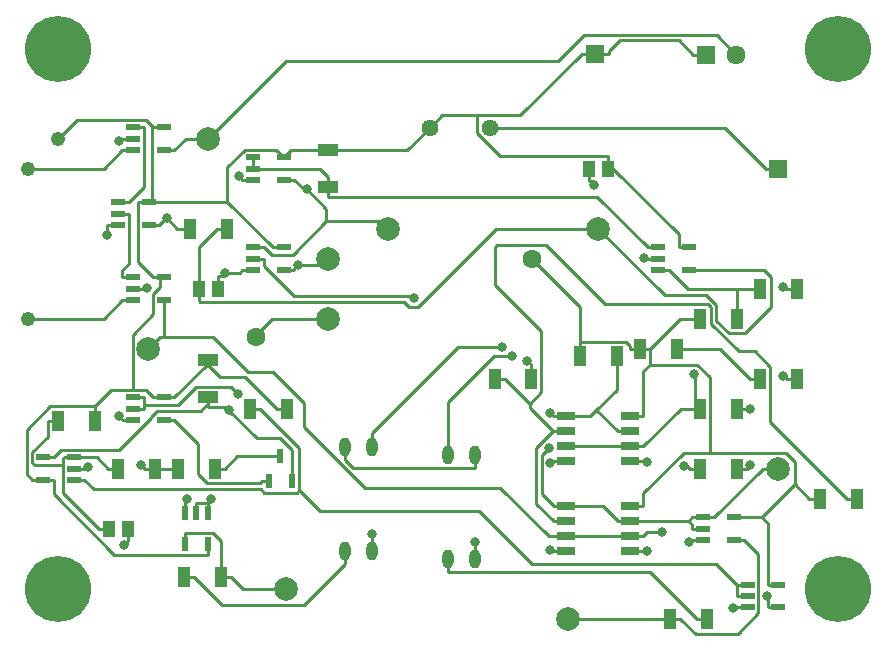
<source format=gbr>
%TF.GenerationSoftware,KiCad,Pcbnew,8.0.0*%
%TF.CreationDate,2024-04-17T16:33:46+02:00*%
%TF.ProjectId,bspdv3,62737064-7633-42e6-9b69-6361645f7063,rev?*%
%TF.SameCoordinates,Original*%
%TF.FileFunction,Copper,L1,Top*%
%TF.FilePolarity,Positive*%
%FSLAX46Y46*%
G04 Gerber Fmt 4.6, Leading zero omitted, Abs format (unit mm)*
G04 Created by KiCad (PCBNEW 8.0.0) date 2024-04-17 16:33:46*
%MOMM*%
%LPD*%
G01*
G04 APERTURE LIST*
%TA.AperFunction,ComponentPad*%
%ADD10C,5.600000*%
%TD*%
%TA.AperFunction,SMDPad,CuDef*%
%ADD11R,1.050000X1.800000*%
%TD*%
%TA.AperFunction,SMDPad,CuDef*%
%ADD12R,1.150000X0.600000*%
%TD*%
%TA.AperFunction,SMDPad,CuDef*%
%ADD13C,2.000000*%
%TD*%
%TA.AperFunction,SMDPad,CuDef*%
%ADD14R,0.600000X1.150000*%
%TD*%
%TA.AperFunction,ComponentPad*%
%ADD15C,1.600000*%
%TD*%
%TA.AperFunction,SMDPad,CuDef*%
%ADD16R,1.800000X1.050000*%
%TD*%
%TA.AperFunction,ComponentPad*%
%ADD17C,1.440000*%
%TD*%
%TA.AperFunction,ComponentPad*%
%ADD18C,1.217000*%
%TD*%
%TA.AperFunction,ComponentPad*%
%ADD19R,1.530000X1.530000*%
%TD*%
%TA.AperFunction,ComponentPad*%
%ADD20R,1.610000X1.610000*%
%TD*%
%TA.AperFunction,ComponentPad*%
%ADD21C,1.610000*%
%TD*%
%TA.AperFunction,SMDPad,CuDef*%
%ADD22R,1.070000X1.470000*%
%TD*%
%TA.AperFunction,SMDPad,CuDef*%
%ADD23R,0.600000X1.300000*%
%TD*%
%TA.AperFunction,SMDPad,CuDef*%
%ADD24O,0.950000X1.600000*%
%TD*%
%TA.AperFunction,SMDPad,CuDef*%
%ADD25R,1.528000X0.650000*%
%TD*%
%TA.AperFunction,ViaPad*%
%ADD26C,0.800000*%
%TD*%
%TA.AperFunction,Conductor*%
%ADD27C,0.250000*%
%TD*%
G04 APERTURE END LIST*
D10*
%TO.P,M4,1*%
%TO.N,N/C*%
X88900000Y-66040000D03*
%TD*%
D11*
%TO.P,R5,1*%
%TO.N,Net-(G2-Pad4)*%
X36602000Y-65024000D03*
%TO.P,R5,2*%
%TO.N,Net-(K1-+_CONTROL)*%
X33502000Y-65024000D03*
%TD*%
D10*
%TO.P,M3,1*%
%TO.N,N/C*%
X22860000Y-66040000D03*
%TD*%
D12*
%TO.P,G6,1*%
%TO.N,Net-(CP4-OUT)*%
X39340000Y-29530000D03*
%TO.P,G6,2*%
X39340000Y-30480000D03*
%TO.P,G6,3,GND*%
%TO.N,GND*%
X39340000Y-31430000D03*
%TO.P,G6,4*%
%TO.N,Intput w{slash} 50msdelay*%
X41940000Y-31430000D03*
%TO.P,G6,5,VCC*%
%TO.N,+5V*%
X41940000Y-29530000D03*
%TD*%
D11*
%TO.P,R14,1*%
%TO.N,/4.25V*%
X82270000Y-48260000D03*
%TO.P,R14,2*%
%TO.N,GND*%
X85370000Y-48260000D03*
%TD*%
D13*
%TO.P,TP1,1,1*%
%TO.N,Current Sensor*%
X35560000Y-27940000D03*
%TD*%
D12*
%TO.P,CP3,1,OUT*%
%TO.N,Net-(CP3-OUT)*%
X24160000Y-56830000D03*
%TO.P,CP3,2,VCC-*%
%TO.N,GND*%
X24160000Y-55880000D03*
%TO.P,CP3,3,IN-*%
%TO.N,Net-(CP3-IN-)*%
X24160000Y-54930000D03*
%TO.P,CP3,4,IN+*%
%TO.N,Net-(CP3-IN+)*%
X21560000Y-54930000D03*
%TO.P,CP3,5,VCC+*%
%TO.N,+5V*%
X21560000Y-56830000D03*
%TD*%
%TO.P,CP4,1,OUT*%
%TO.N,Net-(CP4-OUT)*%
X73660000Y-37150000D03*
%TO.P,CP4,2,VCC-*%
%TO.N,GND*%
X73660000Y-38100000D03*
%TO.P,CP4,3,IN-*%
%TO.N,Net-(CP4-IN-)*%
X73660000Y-39050000D03*
%TO.P,CP4,4,IN+*%
%TO.N,Net-(CP4-IN+)*%
X76260000Y-39050000D03*
%TO.P,CP4,5,VCC+*%
%TO.N,+5V*%
X76260000Y-37150000D03*
%TD*%
D11*
%TO.P,R3,1*%
%TO.N,Net-(CP3-IN-)*%
X22834000Y-51816000D03*
%TO.P,R3,2*%
%TO.N,+5V*%
X25934000Y-51816000D03*
%TD*%
D12*
%TO.P,CP2,1,OUT*%
%TO.N,Net-(CP2-OUT)*%
X29180000Y-39690000D03*
%TO.P,CP2,2,VCC-*%
%TO.N,GND*%
X29180000Y-40640000D03*
%TO.P,CP2,3,IN-*%
%TO.N,Net-(CP2-IN-)*%
X29180000Y-41590000D03*
%TO.P,CP2,4,IN+*%
%TO.N,BPS signal*%
X31780000Y-41590000D03*
%TO.P,CP2,5,VCC+*%
%TO.N,+5V*%
X31780000Y-39690000D03*
%TD*%
D14*
%TO.P,G2,1*%
%TO.N,BSPD out*%
X35494000Y-59660000D03*
%TO.P,G2,2*%
X34544000Y-59660000D03*
%TO.P,G2,3,GND*%
%TO.N,GND*%
X33594000Y-59660000D03*
%TO.P,G2,4*%
%TO.N,Net-(G2-Pad4)*%
X33594000Y-62260000D03*
%TO.P,G2,5,VCC*%
%TO.N,+5V*%
X35494000Y-62260000D03*
%TD*%
D12*
%TO.P,CP1,1,OUT*%
%TO.N,Net-(CP1-OUT)*%
X29180000Y-26990000D03*
%TO.P,CP1,2,VCC-*%
%TO.N,GND*%
X29180000Y-27940000D03*
%TO.P,CP1,3,IN-*%
%TO.N,Net-(CP1-IN-)*%
X29180000Y-28890000D03*
%TO.P,CP1,4,IN+*%
%TO.N,Current Sensor*%
X31780000Y-28890000D03*
%TO.P,CP1,5,VCC+*%
%TO.N,+5V*%
X31780000Y-26990000D03*
%TD*%
D15*
%TO.P,C1,2*%
%TO.N,Net-(CP3-IN+)*%
X39595100Y-44704000D03*
%TD*%
D12*
%TO.P,G3,1*%
%TO.N,Net-(CP1-OUT)*%
X27910000Y-33340000D03*
%TO.P,G3,2*%
%TO.N,Net-(CP2-OUT)*%
X27910000Y-34290000D03*
%TO.P,G3,3,GND*%
%TO.N,GND*%
X27910000Y-35240000D03*
%TO.P,G3,4*%
%TO.N,Net-(LED3-A)*%
X30510000Y-35240000D03*
%TO.P,G3,5,VCC*%
%TO.N,+5V*%
X30510000Y-33340000D03*
%TD*%
D11*
%TO.P,R6,1*%
%TO.N,Net-(LED3-A)*%
X34010000Y-35560000D03*
%TO.P,R6,2*%
%TO.N,Net-(CP4-IN+)*%
X37110000Y-35560000D03*
%TD*%
D16*
%TO.P,R10,1*%
%TO.N,+5V*%
X45720000Y-28930000D03*
%TO.P,R10,2*%
%TO.N,Net-(CP4-OUT)*%
X45720000Y-32030000D03*
%TD*%
D17*
%TO.P,U2,1,+VIN*%
%TO.N,+12V*%
X59374500Y-27024000D03*
%TO.P,U2,3,+VOUT*%
%TO.N,+5V*%
X54294500Y-27024000D03*
%TD*%
D12*
%TO.P,G5,1*%
%TO.N,Intput w{slash} 50msdelay*%
X39340000Y-37150000D03*
%TO.P,G5,2*%
%TO.N,Net-(G4-Pad4)*%
X39340000Y-38100000D03*
%TO.P,G5,3,GND*%
%TO.N,GND*%
X39340000Y-39050000D03*
%TO.P,G5,4*%
%TO.N,BSPD out*%
X41940000Y-39050000D03*
%TO.P,G5,5,VCC*%
%TO.N,+5V*%
X41940000Y-37150000D03*
%TD*%
D18*
%TO.P,RV2,2,WIPER*%
%TO.N,Net-(CP1-IN-)*%
X20320000Y-30480000D03*
%TO.P,RV2,3,CW*%
%TO.N,+5V*%
X22860000Y-27940000D03*
%TD*%
D15*
%TO.P,C5,2*%
%TO.N,+5V*%
X62960000Y-38100000D03*
%TD*%
D11*
%TO.P,R4,1*%
%TO.N,GND*%
X31014000Y-55880000D03*
%TO.P,R4,2*%
%TO.N,Net-(CP3-IN-)*%
X27914000Y-55880000D03*
%TD*%
D10*
%TO.P,M1,1*%
%TO.N,N/C*%
X22860000Y-20320000D03*
%TD*%
D11*
%TO.P,R17,1*%
%TO.N,Current Sensor*%
X77190000Y-50800000D03*
%TO.P,R17,2*%
%TO.N,GND*%
X80290000Y-50800000D03*
%TD*%
D19*
%TO.P,J4,1,1*%
%TO.N,+12V*%
X83820000Y-30480000D03*
%TD*%
D12*
%TO.P,G7,1*%
%TO.N,SCS Check*%
X77440000Y-60010000D03*
%TO.P,G7,2*%
X77440000Y-60960000D03*
%TO.P,G7,3,GND*%
%TO.N,GND*%
X77440000Y-61910000D03*
%TO.P,G7,4*%
%TO.N,Net-(G7-Pad4)*%
X80040000Y-61910000D03*
%TO.P,G7,5,VCC*%
%TO.N,+5V*%
X80040000Y-60010000D03*
%TD*%
D20*
%TO.P,J2,1,1*%
%TO.N,+5V*%
X77724000Y-20828000D03*
D21*
%TO.P,J2,2,2*%
%TO.N,Current Sensor*%
X80264000Y-20828000D03*
%TD*%
D13*
%TO.P,TP9,1,1*%
%TO.N,SCS Check*%
X83820000Y-55880000D03*
%TD*%
D11*
%TO.P,R1,1*%
%TO.N,GND*%
X32994000Y-55880000D03*
%TO.P,R1,2*%
%TO.N,Net-(Q1-Pad3)*%
X36094000Y-55880000D03*
%TD*%
%TO.P,R16,1*%
%TO.N,+5V*%
X67030000Y-46355000D03*
%TO.P,R16,2*%
%TO.N,SCS Check*%
X70130000Y-46355000D03*
%TD*%
%TO.P,R9,1*%
%TO.N,GND*%
X85370000Y-40640000D03*
%TO.P,R9,2*%
%TO.N,Net-(CP4-IN-)*%
X82270000Y-40640000D03*
%TD*%
D13*
%TO.P,TP6,1,1*%
%TO.N,BSPD out*%
X45720000Y-38100000D03*
%TD*%
D10*
%TO.P,M2,1*%
%TO.N,N/C*%
X88900000Y-20320000D03*
%TD*%
D11*
%TO.P,R13,1*%
%TO.N,+5V*%
X72110000Y-45720000D03*
%TO.P,R13,2*%
%TO.N,/4.25V*%
X75210000Y-45720000D03*
%TD*%
D13*
%TO.P,TP2,1,1*%
%TO.N,BPS signal*%
X30480000Y-45720000D03*
%TD*%
D11*
%TO.P,R11,1*%
%TO.N,+5V*%
X87350000Y-58420000D03*
%TO.P,R11,2*%
%TO.N,0.75V*%
X90450000Y-58420000D03*
%TD*%
D22*
%TO.P,C2,1*%
%TO.N,GND*%
X28760000Y-60960000D03*
%TO.P,C2,2*%
%TO.N,Net-(CP3-IN-)*%
X27120000Y-60960000D03*
%TD*%
D11*
%TO.P,R15,1*%
%TO.N,Net-(G7-Pad4)*%
X74650000Y-68580000D03*
%TO.P,R15,2*%
%TO.N,Net-(K2-+_CONTROL)*%
X77750000Y-68580000D03*
%TD*%
%TO.P,R12,1*%
%TO.N,0.75V*%
X59790000Y-48260000D03*
%TO.P,R12,2*%
%TO.N,GND*%
X62890000Y-48260000D03*
%TD*%
%TO.P,R18,1*%
%TO.N,BPS signal*%
X77190000Y-55880000D03*
%TO.P,R18,2*%
%TO.N,GND*%
X80290000Y-55880000D03*
%TD*%
D13*
%TO.P,TP4,1,1*%
%TO.N,Net-(G2-Pad4)*%
X42164000Y-66040000D03*
%TD*%
D23*
%TO.P,Q1,1*%
%TO.N,Net-(G1-Pad4)*%
X40706000Y-56930000D03*
%TO.P,Q1,2*%
%TO.N,Net-(CP3-IN+)*%
X42606000Y-56930000D03*
%TO.P,Q1,3*%
%TO.N,Net-(Q1-Pad3)*%
X41656000Y-54830000D03*
%TD*%
D24*
%TO.P,K1,1,+_CONTROL*%
%TO.N,Net-(K1-+_CONTROL)*%
X47117000Y-62820000D03*
%TO.P,K1,2,-_CONTROL*%
%TO.N,GND*%
X49403000Y-62820000D03*
%TO.P,K1,3,LOAD_1*%
%TO.N,SC out*%
X49403000Y-54020000D03*
%TO.P,K1,4,LOAD_2*%
%TO.N,SCS relay*%
X47117000Y-54020000D03*
%TD*%
D12*
%TO.P,G1,1*%
%TO.N,Intput w{slash} 50msdelay*%
X29180000Y-49850000D03*
%TO.P,G1,2*%
X29180000Y-50800000D03*
%TO.P,G1,3,GND*%
%TO.N,GND*%
X29180000Y-51750000D03*
%TO.P,G1,4*%
%TO.N,Net-(G1-Pad4)*%
X31780000Y-51750000D03*
%TO.P,G1,5,VCC*%
%TO.N,+5V*%
X31780000Y-49850000D03*
%TD*%
%TO.P,G4,1*%
%TO.N,Net-(CP3-OUT)*%
X81220000Y-65725000D03*
%TO.P,G4,2*%
X81220000Y-66675000D03*
%TO.P,G4,3,GND*%
%TO.N,GND*%
X81220000Y-67625000D03*
%TO.P,G4,4*%
%TO.N,Net-(G4-Pad4)*%
X83820000Y-67625000D03*
%TO.P,G4,5,VCC*%
%TO.N,+5V*%
X83820000Y-65725000D03*
%TD*%
D22*
%TO.P,C3,1*%
%TO.N,Net-(CP4-IN+)*%
X34740000Y-40640000D03*
%TO.P,C3,2*%
%TO.N,GND*%
X36380000Y-40640000D03*
%TD*%
%TO.P,C6,1*%
%TO.N,GND*%
X67760000Y-30480000D03*
%TO.P,C6,2*%
%TO.N,+5V*%
X69400000Y-30480000D03*
%TD*%
D20*
%TO.P,J1,1,1*%
%TO.N,+5V*%
X68317000Y-20753000D03*
%TD*%
D25*
%TO.P,CP5,1,OUT1*%
%TO.N,SCS Check*%
X65869000Y-51435000D03*
%TO.P,CP5,2,IN1-*%
%TO.N,0.75V*%
X65869000Y-52705000D03*
%TO.P,CP5,3,IN1+*%
%TO.N,Current Sensor*%
X65869000Y-53975000D03*
%TO.P,CP5,4,GND*%
%TO.N,GND*%
X65869000Y-55245000D03*
%TO.P,CP5,5,IN2+*%
%TO.N,4.2V*%
X71291000Y-55245000D03*
%TO.P,CP5,6,IN2-*%
%TO.N,Current Sensor*%
X71291000Y-53975000D03*
%TO.P,CP5,7,OUT2*%
%TO.N,SCS Check*%
X71291000Y-52705000D03*
%TO.P,CP5,8,V+*%
%TO.N,+5V*%
X71291000Y-51435000D03*
%TD*%
D13*
%TO.P,TP3,1,1*%
%TO.N,Net-(CP3-IN+)*%
X45720000Y-43180000D03*
%TD*%
%TO.P,TP8,1,1*%
%TO.N,Net-(G7-Pad4)*%
X66040000Y-68580000D03*
%TD*%
%TO.P,TP5,1,1*%
%TO.N,Net-(CP4-IN+)*%
X68580000Y-35560000D03*
%TD*%
D11*
%TO.P,R8,1*%
%TO.N,Net-(CP4-IN-)*%
X80290000Y-43180000D03*
%TO.P,R8,2*%
%TO.N,+5V*%
X77190000Y-43180000D03*
%TD*%
D13*
%TO.P,TP7,1,1*%
%TO.N,Intput w{slash} 50msdelay*%
X50800000Y-35560000D03*
%TD*%
D18*
%TO.P,RV1,2,WIPER*%
%TO.N,Net-(CP2-IN-)*%
X20320000Y-43180000D03*
%TD*%
D16*
%TO.P,R2,1*%
%TO.N,Net-(CP3-IN+)*%
X35560000Y-49810000D03*
%TO.P,R2,2*%
%TO.N,+5V*%
X35560000Y-46710000D03*
%TD*%
D25*
%TO.P,CP6,1,OUT1*%
%TO.N,SCS Check*%
X65869000Y-59055000D03*
%TO.P,CP6,2,IN1-*%
%TO.N,0.75V*%
X65869000Y-60325000D03*
%TO.P,CP6,3,IN1+*%
%TO.N,BPS signal*%
X65869000Y-61595000D03*
%TO.P,CP6,4,GND*%
%TO.N,GND*%
X65869000Y-62865000D03*
%TO.P,CP6,5,IN2+*%
%TO.N,4.2V*%
X71291000Y-62865000D03*
%TO.P,CP6,6,IN2-*%
%TO.N,BPS signal*%
X71291000Y-61595000D03*
%TO.P,CP6,7,OUT2*%
%TO.N,SCS Check*%
X71291000Y-60325000D03*
%TO.P,CP6,8,V+*%
%TO.N,+5V*%
X71291000Y-59055000D03*
%TD*%
D24*
%TO.P,K2,1,+_CONTROL*%
%TO.N,Net-(K2-+_CONTROL)*%
X55880000Y-63500000D03*
%TO.P,K2,2,-_CONTROL*%
%TO.N,GND*%
X58166000Y-63500000D03*
%TO.P,K2,3,LOAD_1*%
%TO.N,SCS relay*%
X58166000Y-54700000D03*
%TO.P,K2,4,LOAD_2*%
%TO.N,SC in*%
X55880000Y-54700000D03*
%TD*%
D11*
%TO.P,R7,1*%
%TO.N,+5V*%
X42190000Y-50800000D03*
%TO.P,R7,2*%
%TO.N,Net-(CP3-OUT)*%
X39090000Y-50800000D03*
%TD*%
D26*
%TO.N,GND*%
X84204200Y-48073900D03*
X79981400Y-67703100D03*
X72470900Y-38062500D03*
X58166000Y-62098200D03*
X27008300Y-36073400D03*
X29882400Y-55600100D03*
X81418900Y-55602800D03*
X25383800Y-55778800D03*
X64499600Y-62731300D03*
X84239400Y-40525200D03*
X30379200Y-40552500D03*
X68197900Y-31819300D03*
X76244600Y-62096300D03*
X28440500Y-62322800D03*
X33783600Y-58442500D03*
X81446400Y-50843200D03*
X38147200Y-31138900D03*
X27990000Y-28134300D03*
X49403000Y-61404400D03*
X28000600Y-51406000D03*
X62570700Y-46752200D03*
X64498500Y-55385200D03*
X37001900Y-39298900D03*
%TO.N,Net-(CP3-IN+)*%
X37320700Y-50870600D03*
%TO.N,Current Sensor*%
X76697500Y-47834200D03*
%TO.N,BPS signal*%
X75829700Y-55629800D03*
X73947400Y-61251000D03*
%TO.N,SCS Check*%
X64494300Y-51165200D03*
X64373100Y-54086800D03*
%TO.N,4.2V*%
X72690500Y-62831300D03*
X72690500Y-55315900D03*
%TO.N,Intput w{slash} 50msdelay*%
X38047500Y-49518300D03*
X43864900Y-32221400D03*
%TO.N,BSPD out*%
X43126900Y-38645900D03*
X35812000Y-58418900D03*
%TO.N,Net-(LED3-A)*%
X32022500Y-34686500D03*
%TO.N,Net-(G4-Pad4)*%
X82862800Y-66675000D03*
X52942000Y-41443500D03*
%TO.N,SC out*%
X60449500Y-45602500D03*
%TO.N,SC in*%
X61242700Y-46380100D03*
%TD*%
D27*
%TO.N,GND*%
X85370000Y-48260000D02*
X84518300Y-48260000D01*
X27008300Y-36073400D02*
X27008300Y-35240000D01*
X80290000Y-50800000D02*
X81141700Y-50800000D01*
X36380000Y-39578300D02*
X36722500Y-39578300D01*
X38189400Y-39298900D02*
X38438300Y-39050000D01*
X30162300Y-55880000D02*
X29882400Y-55600100D01*
X62851800Y-47033300D02*
X62570700Y-46752200D01*
X76352000Y-62096300D02*
X76538300Y-61910000D01*
X29180000Y-51750000D02*
X28278300Y-51750000D01*
X27990000Y-28134300D02*
X28084000Y-28134300D01*
X30081700Y-40640000D02*
X30169200Y-40552500D01*
X84403500Y-40525200D02*
X84518300Y-40640000D01*
X84239400Y-40525200D02*
X84403500Y-40525200D01*
X39340000Y-31430000D02*
X38438300Y-31430000D01*
X81184900Y-50843200D02*
X81141700Y-50800000D01*
X36722500Y-39578300D02*
X37001900Y-39298900D01*
X31014000Y-55880000D02*
X32994000Y-55880000D01*
X67920300Y-31541700D02*
X68197900Y-31819300D01*
X67760000Y-30480000D02*
X67760000Y-31541700D01*
X80290000Y-55880000D02*
X81141700Y-55880000D01*
X29180000Y-40640000D02*
X30081700Y-40640000D01*
X28760000Y-60960000D02*
X28760000Y-62021700D01*
X81141700Y-55880000D02*
X81418900Y-55602800D01*
X30169200Y-40552500D02*
X30379200Y-40552500D01*
X65869000Y-55245000D02*
X64778300Y-55245000D01*
X37001900Y-39298900D02*
X38189400Y-39298900D01*
X81446400Y-50843200D02*
X81184900Y-50843200D01*
X39340000Y-39050000D02*
X38438300Y-39050000D01*
X76244600Y-62096300D02*
X76352000Y-62096300D01*
X79981400Y-67703100D02*
X80240200Y-67703100D01*
X33594000Y-59660000D02*
X33594000Y-58758300D01*
X28440500Y-62322800D02*
X28741600Y-62021700D01*
X28084000Y-28134300D02*
X28278300Y-27940000D01*
X25383800Y-55778800D02*
X25162900Y-55778800D01*
X73660000Y-38100000D02*
X72758300Y-38100000D01*
X49403000Y-62820000D02*
X49403000Y-61404400D01*
X81220000Y-67625000D02*
X80318300Y-67625000D01*
X64778300Y-55245000D02*
X64638100Y-55385200D01*
X72470900Y-38062500D02*
X72720800Y-38062500D01*
X33783600Y-58568700D02*
X33594000Y-58758300D01*
X84204200Y-48073900D02*
X84332200Y-48073900D01*
X64638100Y-55385200D02*
X64498500Y-55385200D01*
X84332200Y-48073900D02*
X84518300Y-48260000D01*
X27910000Y-35240000D02*
X27008300Y-35240000D01*
X64644600Y-62731300D02*
X64778300Y-62865000D01*
X65869000Y-62865000D02*
X64778300Y-62865000D01*
X29180000Y-27940000D02*
X28278300Y-27940000D01*
X58166000Y-62098200D02*
X58166000Y-63500000D01*
X62890000Y-48260000D02*
X62890000Y-47033300D01*
X28741600Y-62021700D02*
X28760000Y-62021700D01*
X24160000Y-55880000D02*
X25061700Y-55880000D01*
X72720800Y-38062500D02*
X72758300Y-38100000D01*
X25162900Y-55778800D02*
X25061700Y-55880000D01*
X85370000Y-40640000D02*
X84518300Y-40640000D01*
X33783600Y-58442500D02*
X33783600Y-58568700D01*
X77440000Y-61910000D02*
X76538300Y-61910000D01*
X28000600Y-51406000D02*
X28278300Y-51683700D01*
X28278300Y-51683700D02*
X28278300Y-51750000D01*
X80240200Y-67703100D02*
X80318300Y-67625000D01*
X38438300Y-31430000D02*
X38147200Y-31138900D01*
X67760000Y-31541700D02*
X67920300Y-31541700D01*
X36380000Y-40640000D02*
X36380000Y-39578300D01*
X62890000Y-47033300D02*
X62851800Y-47033300D01*
X31014000Y-55880000D02*
X30162300Y-55880000D01*
X64499600Y-62731300D02*
X64644600Y-62731300D01*
%TO.N,Net-(CP3-IN+)*%
X39595100Y-44563300D02*
X39595100Y-44704000D01*
X23088400Y-54303300D02*
X22461700Y-54930000D01*
X42606000Y-56930000D02*
X42606000Y-55953300D01*
X27964900Y-54303300D02*
X23088400Y-54303300D01*
X34931700Y-50968300D02*
X31187400Y-50968300D01*
X40978400Y-43180000D02*
X39595100Y-44563300D01*
X31187400Y-50968300D02*
X30680600Y-51475100D01*
X41646200Y-53320900D02*
X42606000Y-54280700D01*
X39683000Y-53320900D02*
X41646200Y-53320900D01*
X35560000Y-49810000D02*
X35560000Y-50340000D01*
X35560000Y-50661700D02*
X37111800Y-50661700D01*
X21560000Y-54930000D02*
X22461700Y-54930000D01*
X30680600Y-51475100D02*
X30680600Y-51587600D01*
X37111800Y-50661700D02*
X37320700Y-50870600D01*
X37320700Y-50958600D02*
X39683000Y-53320900D01*
X45720000Y-43180000D02*
X40978400Y-43180000D01*
X35560000Y-50340000D02*
X34931700Y-50968300D01*
X42606000Y-54280700D02*
X42606000Y-55953300D01*
X37320700Y-50870600D02*
X37320700Y-50958600D01*
X30680600Y-51587600D02*
X27964900Y-54303300D01*
X35560000Y-50340000D02*
X35560000Y-50661700D01*
%TO.N,Net-(CP3-IN-)*%
X23258300Y-57960000D02*
X26258300Y-60960000D01*
X23258300Y-55556700D02*
X23258300Y-57960000D01*
X21982300Y-53170700D02*
X21982200Y-53170700D01*
X27120000Y-60960000D02*
X26258300Y-60960000D01*
X20849600Y-55556700D02*
X23258300Y-55556700D01*
X26112300Y-54930000D02*
X24160000Y-54930000D01*
X21982300Y-51816000D02*
X21982300Y-53170700D01*
X20658300Y-55365400D02*
X20849600Y-55556700D01*
X23371700Y-54930000D02*
X23258300Y-55043400D01*
X27914000Y-55880000D02*
X27062300Y-55880000D01*
X22834000Y-51816000D02*
X21982300Y-51816000D01*
X23258300Y-55043400D02*
X23258300Y-55556700D01*
X27062300Y-55880000D02*
X26112300Y-54930000D01*
X24160000Y-54930000D02*
X23371700Y-54930000D01*
X20658300Y-54494600D02*
X20658300Y-55365400D01*
X21982200Y-53170700D02*
X20658300Y-54494600D01*
%TO.N,Net-(CP4-IN+)*%
X79614000Y-44406700D02*
X78573400Y-43366100D01*
X82576300Y-39050000D02*
X83156500Y-39630200D01*
X77720100Y-41182100D02*
X74202100Y-41182100D01*
X34816500Y-41778200D02*
X52140200Y-41778200D01*
X36258300Y-35560000D02*
X34740000Y-37078300D01*
X80976400Y-44406700D02*
X79614000Y-44406700D01*
X74202100Y-41182100D02*
X68580000Y-35560000D01*
X83156500Y-39630200D02*
X83156500Y-42226600D01*
X83156500Y-42226600D02*
X80976400Y-44406700D01*
X36684200Y-35560000D02*
X36258300Y-35560000D01*
X78573400Y-42035400D02*
X77720100Y-41182100D01*
X59903200Y-35560000D02*
X68580000Y-35560000D01*
X78573400Y-43366100D02*
X78573400Y-42035400D01*
X52140200Y-41778200D02*
X52554600Y-42192600D01*
X53270600Y-42192600D02*
X59903200Y-35560000D01*
X52554600Y-42192600D02*
X53270600Y-42192600D01*
X34740000Y-37078300D02*
X34740000Y-40640000D01*
X36684200Y-35560000D02*
X37110000Y-35560000D01*
X34740000Y-40640000D02*
X34740000Y-41701700D01*
X76260000Y-39050000D02*
X82576300Y-39050000D01*
X34740000Y-41701700D02*
X34816500Y-41778200D01*
%TO.N,+12V*%
X59374500Y-27024000D02*
X79272300Y-27024000D01*
X83820000Y-30480000D02*
X82728300Y-30480000D01*
X79272300Y-27024000D02*
X82728300Y-30480000D01*
%TO.N,+5V*%
X41915000Y-29530000D02*
X42515000Y-28930000D01*
X20165000Y-52597900D02*
X22173600Y-50589300D01*
X30510000Y-33340000D02*
X30807500Y-33340000D01*
X69448700Y-20539200D02*
X70366900Y-19621000D01*
X29133900Y-44540100D02*
X29133900Y-49223300D01*
X29608300Y-38420000D02*
X30878300Y-39690000D01*
X25934000Y-51816000D02*
X25934000Y-50589300D01*
X22173600Y-50589300D02*
X25934000Y-50589300D01*
X75385300Y-19621000D02*
X76592300Y-20828000D01*
X71258300Y-45507100D02*
X71258300Y-45720000D01*
X35560000Y-47135800D02*
X36577900Y-48153700D01*
X72961700Y-47065200D02*
X72961700Y-45720000D01*
X76958600Y-47065200D02*
X78041700Y-48148300D01*
X20165000Y-56336700D02*
X20165000Y-52597900D01*
X27564400Y-63161700D02*
X22461700Y-58059000D01*
X41940000Y-29530000D02*
X41915000Y-29530000D01*
X31780000Y-49850000D02*
X32681700Y-49850000D01*
X58308200Y-25967000D02*
X58308200Y-27449600D01*
X72381700Y-51435000D02*
X72381700Y-47645200D01*
X69400000Y-30480000D02*
X69400000Y-29418300D01*
X76338300Y-43180000D02*
X75501700Y-43180000D01*
X70366900Y-19621000D02*
X75385300Y-19621000D01*
X31440000Y-40526900D02*
X30862900Y-41104000D01*
X42190000Y-50800000D02*
X41338300Y-50800000D01*
X31780000Y-39690000D02*
X31440000Y-39690000D01*
X20658300Y-56830000D02*
X20165000Y-56336700D01*
X75358300Y-36007400D02*
X75358300Y-37150000D01*
X41288300Y-28903300D02*
X38620600Y-28903300D01*
X72110000Y-45720000D02*
X72961700Y-45720000D01*
X35494000Y-62260000D02*
X35494000Y-63161700D01*
X22461700Y-58059000D02*
X22461700Y-56830000D01*
X76260000Y-37150000D02*
X75358300Y-37150000D01*
X27300000Y-49223300D02*
X25934000Y-50589300D01*
X35494000Y-63161700D02*
X27564400Y-63161700D01*
X21682400Y-56830000D02*
X22461700Y-56830000D01*
X86423900Y-58420000D02*
X87105300Y-58420000D01*
X21682400Y-56830000D02*
X21560000Y-56830000D01*
X31440000Y-39690000D02*
X30878300Y-39690000D01*
X29133900Y-49223300D02*
X30251600Y-49223300D01*
X75794400Y-54551600D02*
X78041700Y-54551600D01*
X75501700Y-43180000D02*
X72961700Y-45720000D01*
X84417900Y-54551600D02*
X85208900Y-55342600D01*
X85208900Y-57205000D02*
X82403900Y-60010000D01*
X29608300Y-33340000D02*
X29608300Y-38420000D01*
X72110000Y-45720000D02*
X71258300Y-45720000D01*
X35560000Y-47135800D02*
X35395900Y-47135800D01*
X85208900Y-57205000D02*
X86423900Y-58420000D01*
X70879500Y-45128300D02*
X71258300Y-45507100D01*
X78041700Y-48148300D02*
X78041700Y-54551600D01*
X61971300Y-25967000D02*
X58308200Y-25967000D01*
X55351500Y-25967000D02*
X54294500Y-27024000D01*
X60276900Y-29418300D02*
X69400000Y-29418300D01*
X30862900Y-41104000D02*
X30862900Y-42811100D01*
X69400000Y-30480000D02*
X69830900Y-30480000D01*
X36577900Y-48153700D02*
X38692000Y-48153700D01*
X82918300Y-65725000D02*
X82918300Y-60524400D01*
X58308200Y-25967000D02*
X55351500Y-25967000D01*
X37170500Y-30353400D02*
X37170500Y-33282200D01*
X24436700Y-26363300D02*
X30251600Y-26363300D01*
X30510000Y-33340000D02*
X29608300Y-33340000D01*
X35560000Y-46710000D02*
X35560000Y-47135800D01*
X82403900Y-60010000D02*
X80040000Y-60010000D01*
X31780000Y-49850000D02*
X30878300Y-49850000D01*
X21560000Y-56830000D02*
X20658300Y-56830000D01*
X67185300Y-20753000D02*
X61971300Y-25967000D01*
X77190000Y-43180000D02*
X76338300Y-43180000D01*
X29133900Y-49223300D02*
X27300000Y-49223300D01*
X69448700Y-20753000D02*
X69448700Y-20539200D01*
X67030000Y-42170000D02*
X67030000Y-45128300D01*
X72961700Y-47065200D02*
X76958600Y-47065200D01*
X83820000Y-65725000D02*
X82918300Y-65725000D01*
X85208900Y-55342600D02*
X85208900Y-57205000D01*
X78041700Y-54551600D02*
X84417900Y-54551600D01*
X35395900Y-47135800D02*
X32681700Y-49850000D01*
X30807500Y-33340000D02*
X31411700Y-33340000D01*
X30251600Y-26363300D02*
X30878300Y-26990000D01*
X30862900Y-42811100D02*
X29133900Y-44540100D01*
X30807500Y-33340000D02*
X30807500Y-27060800D01*
X38620600Y-28903300D02*
X37170500Y-30353400D01*
X77724000Y-20828000D02*
X76592300Y-20828000D01*
X30807500Y-27060800D02*
X30878300Y-26990000D01*
X41940000Y-37150000D02*
X41038300Y-37150000D01*
X45720000Y-28930000D02*
X52388500Y-28930000D01*
X62960000Y-38100000D02*
X67030000Y-42170000D01*
X67030000Y-46355000D02*
X67030000Y-45128300D01*
X71291000Y-51435000D02*
X72381700Y-51435000D01*
X87350000Y-58420000D02*
X87105300Y-58420000D01*
X31780000Y-26990000D02*
X30878300Y-26990000D01*
X38692000Y-48153700D02*
X41338300Y-50800000D01*
X67030000Y-45128300D02*
X70879500Y-45128300D01*
X37170500Y-33282200D02*
X31469500Y-33282200D01*
X72381700Y-59055000D02*
X72381700Y-57964300D01*
X37170500Y-33282200D02*
X41038300Y-37150000D01*
X72381700Y-57964300D02*
X75794400Y-54551600D01*
X68317000Y-20753000D02*
X67185300Y-20753000D01*
X42515000Y-28930000D02*
X45720000Y-28930000D01*
X30251600Y-49223300D02*
X30878300Y-49850000D01*
X71291000Y-59055000D02*
X72381700Y-59055000D01*
X72381700Y-47645200D02*
X72961700Y-47065200D01*
X22860000Y-27940000D02*
X24436700Y-26363300D01*
X58308200Y-27449600D02*
X60276900Y-29418300D01*
X41915000Y-29530000D02*
X41288300Y-28903300D01*
X31440000Y-39690000D02*
X31440000Y-40526900D01*
X31469500Y-33282200D02*
X31411700Y-33340000D01*
X69830900Y-30480000D02*
X75358300Y-36007400D01*
X82918300Y-60524400D02*
X82403900Y-60010000D01*
X68317000Y-20753000D02*
X69448700Y-20753000D01*
X52388500Y-28930000D02*
X54294500Y-27024000D01*
%TO.N,Net-(CP1-IN-)*%
X29180000Y-28890000D02*
X28278300Y-28890000D01*
X26688300Y-30480000D02*
X28278300Y-28890000D01*
X20320000Y-30480000D02*
X26688300Y-30480000D01*
%TO.N,Current Sensor*%
X76338300Y-50800000D02*
X75556700Y-50800000D01*
X76697500Y-47834200D02*
X76764200Y-47900900D01*
X71291000Y-53975000D02*
X72381700Y-53975000D01*
X42129800Y-21370200D02*
X35560000Y-27940000D01*
X77190000Y-50800000D02*
X76764200Y-50800000D01*
X35560000Y-27940000D02*
X33631700Y-27940000D01*
X75556700Y-50800000D02*
X72381700Y-53975000D01*
X76764200Y-50800000D02*
X76338300Y-50800000D01*
X31780000Y-28890000D02*
X32681700Y-28890000D01*
X67358300Y-19169300D02*
X65157400Y-21370200D01*
X71291000Y-53975000D02*
X65869000Y-53975000D01*
X65157400Y-21370200D02*
X42129800Y-21370200D01*
X78605300Y-19169300D02*
X67358300Y-19169300D01*
X76764200Y-47900900D02*
X76764200Y-50800000D01*
X33631700Y-27940000D02*
X32681700Y-28890000D01*
X80264000Y-20828000D02*
X78605300Y-19169300D01*
%TO.N,Net-(CP1-OUT)*%
X27910000Y-33340000D02*
X28811700Y-33340000D01*
X30081700Y-26990000D02*
X30081700Y-32070000D01*
X29180000Y-26990000D02*
X30081700Y-26990000D01*
X30081700Y-32070000D02*
X28811700Y-33340000D01*
%TO.N,Net-(CP2-IN-)*%
X29180000Y-41590000D02*
X28278300Y-41590000D01*
X26688300Y-43180000D02*
X28278300Y-41590000D01*
X20320000Y-43180000D02*
X26688300Y-43180000D01*
%TO.N,BPS signal*%
X41037900Y-47702000D02*
X43682900Y-50347000D01*
X71291000Y-61595000D02*
X72381700Y-61595000D01*
X64388900Y-61595000D02*
X65869000Y-61595000D01*
X30480000Y-45720000D02*
X31434000Y-44766000D01*
X35941000Y-44766000D02*
X38877000Y-47702000D01*
X60284200Y-57490300D02*
X64388900Y-61595000D01*
X43682900Y-52351500D02*
X48821700Y-57490300D01*
X48821700Y-57490300D02*
X60284200Y-57490300D01*
X77190000Y-55880000D02*
X76338300Y-55880000D01*
X31780000Y-44766000D02*
X35941000Y-44766000D01*
X72725700Y-61251000D02*
X73947400Y-61251000D01*
X31434000Y-44766000D02*
X31780000Y-44766000D01*
X38877000Y-47702000D02*
X41037900Y-47702000D01*
X43682900Y-50347000D02*
X43682900Y-52351500D01*
X71291000Y-61595000D02*
X65869000Y-61595000D01*
X31780000Y-44766000D02*
X31780000Y-41590000D01*
X72381700Y-61595000D02*
X72725700Y-61251000D01*
X76088100Y-55629800D02*
X75829700Y-55629800D01*
X76338300Y-55880000D02*
X76088100Y-55629800D01*
%TO.N,Net-(CP2-OUT)*%
X28811700Y-38529900D02*
X28278300Y-39063300D01*
X28811700Y-34290000D02*
X28811700Y-38529900D01*
X29180000Y-39690000D02*
X28278300Y-39690000D01*
X27910000Y-34290000D02*
X28811700Y-34290000D01*
X28278300Y-39063300D02*
X28278300Y-39690000D01*
%TO.N,Net-(CP3-OUT)*%
X81220000Y-66675000D02*
X80318300Y-66675000D01*
X44973600Y-59456300D02*
X43232700Y-57715400D01*
X24160000Y-56830000D02*
X25061700Y-56830000D01*
X78532800Y-63939500D02*
X62916000Y-63939500D01*
X80318300Y-65725000D02*
X78532800Y-63939500D01*
X25061700Y-56830000D02*
X25859900Y-57628200D01*
X39992100Y-57628200D02*
X40270600Y-57906700D01*
X80769200Y-65725000D02*
X80318300Y-65725000D01*
X40270600Y-57906700D02*
X43041400Y-57906700D01*
X81220000Y-65725000D02*
X80769200Y-65725000D01*
X62916000Y-63939500D02*
X58432800Y-59456300D01*
X80318300Y-66675000D02*
X80318300Y-65725000D01*
X39090000Y-50800000D02*
X39941700Y-50800000D01*
X43232700Y-54091000D02*
X39941700Y-50800000D01*
X58432800Y-59456300D02*
X44973600Y-59456300D01*
X25859900Y-57628200D02*
X39992100Y-57628200D01*
X43041400Y-57906700D02*
X43232700Y-57715400D01*
X43232700Y-57715400D02*
X43232700Y-54091000D01*
%TO.N,Net-(CP4-OUT)*%
X39340000Y-30480000D02*
X45021700Y-30480000D01*
X72758300Y-37150000D02*
X68490000Y-32881700D01*
X45720000Y-32030000D02*
X45720000Y-31178300D01*
X73660000Y-37150000D02*
X72758300Y-37150000D01*
X68490000Y-32881700D02*
X45720000Y-32881700D01*
X39340000Y-30480000D02*
X39340000Y-29530000D01*
X45021700Y-30480000D02*
X45720000Y-31178300D01*
X45720000Y-32030000D02*
X45720000Y-32881700D01*
%TO.N,Net-(CP4-IN-)*%
X80290000Y-41953300D02*
X80290000Y-40640000D01*
X73660000Y-39050000D02*
X74561700Y-39050000D01*
X80290000Y-43180000D02*
X80290000Y-41953300D01*
X76151700Y-40640000D02*
X74561700Y-39050000D01*
X80290000Y-40640000D02*
X76151700Y-40640000D01*
X80290000Y-40640000D02*
X82270000Y-40640000D01*
%TO.N,SCS Check*%
X76538300Y-60639900D02*
X76223400Y-60325000D01*
X65323700Y-51435000D02*
X65869000Y-51435000D01*
X65869000Y-51435000D02*
X67877300Y-51435000D01*
X65869000Y-59055000D02*
X64778300Y-59055000D01*
X76538300Y-60960000D02*
X76538300Y-60639900D01*
X68403800Y-50908500D02*
X70130000Y-49182300D01*
X78341700Y-60010000D02*
X82471700Y-55880000D01*
X70130000Y-49182300D02*
X70130000Y-46355000D01*
X71291000Y-52705000D02*
X70200300Y-52705000D01*
X64778300Y-51435000D02*
X64508500Y-51165200D01*
X64778300Y-59055000D02*
X63762800Y-58039500D01*
X76223400Y-60325000D02*
X76538300Y-60010100D01*
X65323700Y-51435000D02*
X64778300Y-51435000D01*
X63762800Y-54697100D02*
X64373100Y-54086800D01*
X64508500Y-51165200D02*
X64494300Y-51165200D01*
X70200300Y-60325000D02*
X68930300Y-59055000D01*
X71291000Y-60325000D02*
X70200300Y-60325000D01*
X77440000Y-60960000D02*
X76538300Y-60960000D01*
X82471700Y-55880000D02*
X83820000Y-55880000D01*
X76538300Y-60010100D02*
X76538300Y-60010000D01*
X63762800Y-58039500D02*
X63762800Y-54697100D01*
X67877300Y-51435000D02*
X68403800Y-50908500D01*
X68930300Y-59055000D02*
X65869000Y-59055000D01*
X77440000Y-60010000D02*
X78341700Y-60010000D01*
X71291000Y-60325000D02*
X76223400Y-60325000D01*
X77440000Y-60010000D02*
X76538300Y-60010000D01*
X68403800Y-50908500D02*
X70200300Y-52705000D01*
%TO.N,0.75V*%
X83140400Y-51962100D02*
X83140400Y-47239000D01*
X65869000Y-60325000D02*
X64778300Y-60325000D01*
X60009700Y-36944000D02*
X59833300Y-37120400D01*
X89598300Y-58420000D02*
X83140400Y-51962100D01*
X59790000Y-48260000D02*
X60641700Y-48260000D01*
X59833300Y-37120400D02*
X59833300Y-40343100D01*
X64727300Y-52705000D02*
X63311100Y-54121200D01*
X64727300Y-52705000D02*
X62750000Y-50727700D01*
X69151800Y-41951800D02*
X64144000Y-36944000D01*
X62750000Y-50368300D02*
X60641700Y-48260000D01*
X83140400Y-47239000D02*
X81847200Y-45945800D01*
X78121700Y-43612600D02*
X78121700Y-42222500D01*
X63311100Y-58857800D02*
X64778300Y-60325000D01*
X65869000Y-52705000D02*
X64778300Y-52705000D01*
X63741700Y-44251500D02*
X63741700Y-49376600D01*
X59833300Y-40343100D02*
X63741700Y-44251500D01*
X78121700Y-42222500D02*
X77851000Y-41951800D01*
X90450000Y-58420000D02*
X89598300Y-58420000D01*
X64144000Y-36944000D02*
X60009700Y-36944000D01*
X64778300Y-52705000D02*
X64727300Y-52705000D01*
X81847200Y-45945800D02*
X80454900Y-45945800D01*
X63741700Y-49376600D02*
X62750000Y-50368300D01*
X77851000Y-41951800D02*
X69151800Y-41951800D01*
X62750000Y-50727700D02*
X62750000Y-50368300D01*
X63311100Y-54121200D02*
X63311100Y-58857800D01*
X80454900Y-45945800D02*
X78121700Y-43612600D01*
%TO.N,4.2V*%
X72690500Y-55315800D02*
X72690500Y-55315900D01*
X72452500Y-55315800D02*
X72690500Y-55315800D01*
X71291000Y-55245000D02*
X72381700Y-55245000D01*
X72381700Y-55245000D02*
X72452500Y-55315800D01*
X72656800Y-62865000D02*
X72690500Y-62831300D01*
X71291000Y-62865000D02*
X72656800Y-62865000D01*
%TO.N,Intput w{slash} 50msdelay*%
X30081700Y-50506500D02*
X30081700Y-49850000D01*
X41940000Y-31430000D02*
X42841700Y-31430000D01*
X29180000Y-50800000D02*
X30081700Y-50800000D01*
X45547900Y-34948100D02*
X45547900Y-33904400D01*
X34524600Y-48958300D02*
X32976400Y-50506500D01*
X37487500Y-48958300D02*
X34524600Y-48958300D01*
X40908500Y-37816800D02*
X42679200Y-37816800D01*
X29180000Y-49850000D02*
X30081700Y-49850000D01*
X42841700Y-31430000D02*
X43633100Y-32221400D01*
X42679200Y-37816800D02*
X45547900Y-34948100D01*
X45547900Y-33904400D02*
X43864900Y-32221400D01*
X39340000Y-37150000D02*
X40241700Y-37150000D01*
X32976400Y-50506500D02*
X30081700Y-50506500D01*
X38047500Y-49518300D02*
X37487500Y-48958300D01*
X40241700Y-37150000D02*
X40908500Y-37816800D01*
X30081700Y-50800000D02*
X30081700Y-50506500D01*
X50188100Y-34948100D02*
X50800000Y-35560000D01*
X43633100Y-32221400D02*
X43864900Y-32221400D01*
X45547900Y-34948100D02*
X50188100Y-34948100D01*
%TO.N,Net-(G1-Pad4)*%
X39896700Y-57112600D02*
X35439500Y-57112600D01*
X34684800Y-56357900D02*
X34684800Y-53753100D01*
X34684800Y-53753100D02*
X32681700Y-51750000D01*
X40079300Y-56930000D02*
X39896700Y-57112600D01*
X40706000Y-56930000D02*
X40079300Y-56930000D01*
X35439500Y-57112600D02*
X34684800Y-56357900D01*
X31780000Y-51750000D02*
X32681700Y-51750000D01*
%TO.N,BSPD out*%
X43126900Y-38645900D02*
X42841700Y-38931100D01*
X35494000Y-58736900D02*
X35812000Y-58418900D01*
X35494000Y-59660000D02*
X35494000Y-58758300D01*
X42841700Y-38931100D02*
X42841700Y-39050000D01*
X45720000Y-38100000D02*
X45174100Y-38645900D01*
X34544000Y-58758300D02*
X35494000Y-58758300D01*
X35494000Y-58758300D02*
X35494000Y-58736900D01*
X41940000Y-39050000D02*
X42841700Y-39050000D01*
X45174100Y-38645900D02*
X43126900Y-38645900D01*
X34544000Y-59660000D02*
X34544000Y-58758300D01*
%TO.N,Net-(G2-Pad4)*%
X38469700Y-66040000D02*
X37453700Y-65024000D01*
X36602000Y-65024000D02*
X37453700Y-65024000D01*
X33594000Y-61358300D02*
X35940600Y-61358300D01*
X35940600Y-61358300D02*
X36602000Y-62019700D01*
X36602000Y-62019700D02*
X36602000Y-65024000D01*
X33594000Y-62260000D02*
X33594000Y-61358300D01*
X42164000Y-66040000D02*
X38469700Y-66040000D01*
%TO.N,Net-(LED3-A)*%
X32022500Y-34686500D02*
X31965200Y-34686500D01*
X32896000Y-35560000D02*
X32022500Y-34686500D01*
X31965200Y-34686500D02*
X31411700Y-35240000D01*
X30510000Y-35240000D02*
X31411700Y-35240000D01*
X34010000Y-35560000D02*
X32896000Y-35560000D01*
%TO.N,Net-(G4-Pad4)*%
X40241700Y-38688800D02*
X40241700Y-38100000D01*
X82918300Y-66730500D02*
X82862800Y-66675000D01*
X39340000Y-38100000D02*
X40241700Y-38100000D01*
X42803000Y-41250100D02*
X40241700Y-38688800D01*
X82918300Y-67625000D02*
X82918300Y-66730500D01*
X52748600Y-41250100D02*
X42803000Y-41250100D01*
X52942000Y-41443500D02*
X52748600Y-41250100D01*
X83820000Y-67625000D02*
X82918300Y-67625000D01*
%TO.N,Net-(G7-Pad4)*%
X76800100Y-69878400D02*
X80360300Y-69878400D01*
X75501700Y-68580000D02*
X76800100Y-69878400D01*
X66040000Y-68580000D02*
X74650000Y-68580000D01*
X80040000Y-61910000D02*
X80941700Y-61910000D01*
X74650000Y-68580000D02*
X75501700Y-68580000D01*
X80360300Y-69878400D02*
X82129400Y-68109300D01*
X82129400Y-63097700D02*
X80941700Y-61910000D01*
X82129400Y-68109300D02*
X82129400Y-63097700D01*
%TO.N,SC out*%
X49403000Y-52893300D02*
X56693800Y-45602500D01*
X49403000Y-54020000D02*
X49403000Y-52893300D01*
X56693800Y-45602500D02*
X60449500Y-45602500D01*
%TO.N,SC in*%
X55880000Y-50226600D02*
X59726500Y-46380100D01*
X55880000Y-54700000D02*
X55880000Y-50226600D01*
X59726500Y-46380100D02*
X61242700Y-46380100D01*
%TO.N,SCS relay*%
X47797000Y-55826700D02*
X47117000Y-55146700D01*
X47117000Y-54020000D02*
X47117000Y-55146700D01*
X58166000Y-55826700D02*
X47797000Y-55826700D01*
X58166000Y-54700000D02*
X58166000Y-55826700D01*
%TO.N,Net-(K1-+_CONTROL)*%
X36739300Y-67409600D02*
X34353700Y-65024000D01*
X47117000Y-63946700D02*
X43654100Y-67409600D01*
X43654100Y-67409600D02*
X36739300Y-67409600D01*
X33502000Y-65024000D02*
X34353700Y-65024000D01*
X47117000Y-62820000D02*
X47117000Y-63946700D01*
%TO.N,Net-(K2-+_CONTROL)*%
X72945000Y-64626700D02*
X76898300Y-68580000D01*
X55880000Y-63500000D02*
X55880000Y-64626700D01*
X77750000Y-68580000D02*
X76898300Y-68580000D01*
X55880000Y-64626700D02*
X72945000Y-64626700D01*
%TO.N,Net-(Q1-Pad3)*%
X37995700Y-54830000D02*
X36945700Y-55880000D01*
X36094000Y-55880000D02*
X36945700Y-55880000D01*
X41656000Y-54830000D02*
X37995700Y-54830000D01*
%TO.N,/4.25V*%
X78878300Y-45720000D02*
X81418300Y-48260000D01*
X75210000Y-45720000D02*
X76061700Y-45720000D01*
X76061700Y-45720000D02*
X78878300Y-45720000D01*
X82270000Y-48260000D02*
X81418300Y-48260000D01*
%TD*%
M02*

</source>
